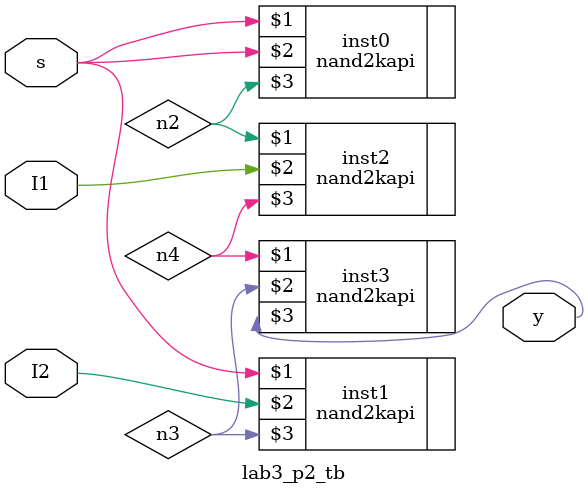
<source format=sv>
/*
* mux2_1.sv 
* 
* Hazirlayanlar: 
* Sule Nur Demirdas
* 
* Notlar: 
* ELM235 2023 Bahar Lab3 - Problem 2 
* 2x1 MUX Gerçelemesi
* 
*/ 
`timescale 1ns/1ns
module lab3_p2_tb(
	input logic I1, I2, s,
	output logic y
);
logic n2,n3,n4;
nand2kapi inst0(s,s,n2); 
nand2kapi inst1(s,I2,n3); 
nand2kapi inst2(n2,I1,n4);
nand2kapi inst3(n4,n3,y);
endmodule

</source>
